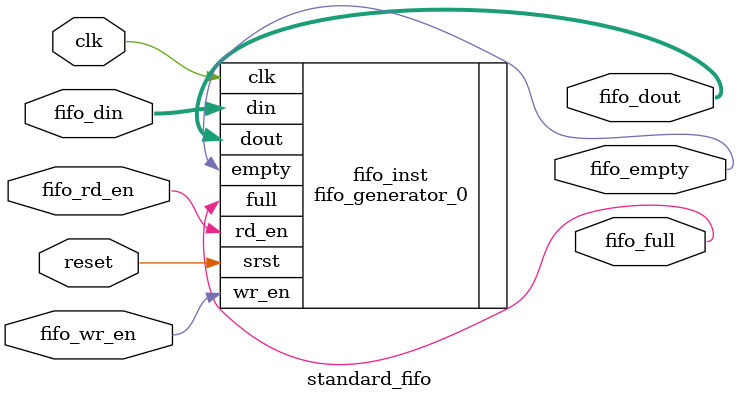
<source format=sv>
`timescale 1ns / 1ps

/*This module is a Standard FIFO generated from the FIFO IP Core. The FIFO has an 8-bit data
* width and 16 word depth*/
module standard_fifo
(
    input logic clk,
    input logic reset,
    input logic [7:0] fifo_din,
    input logic fifo_wr_en,
    input logic fifo_rd_en,
    output logic [7:0] fifo_dout,
    output logic fifo_full,
    output logic fifo_empty
);

// FIFO IP Core module instantiation
fifo_generator_0 fifo_inst (
    .clk(clk),
    .srst(reset),
    .din(fifo_din),
    .wr_en(fifo_wr_en),
    .rd_en(fifo_rd_en),
    .dout(fifo_dout),
    .full(fifo_full),
    .empty(fifo_empty)
);

endmodule

</source>
